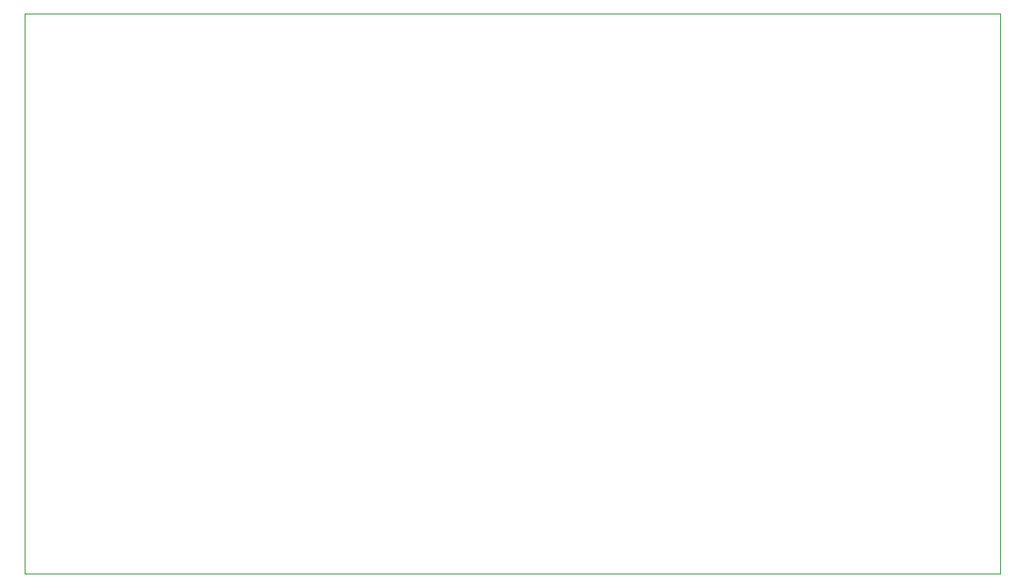
<source format=gbr>
%TF.GenerationSoftware,KiCad,Pcbnew,5.1.9+dfsg1-1*%
%TF.CreationDate,2021-02-28T18:52:37-05:00*%
%TF.ProjectId,incubator_pcb,696e6375-6261-4746-9f72-5f7063622e6b,rev?*%
%TF.SameCoordinates,Original*%
%TF.FileFunction,Profile,NP*%
%FSLAX46Y46*%
G04 Gerber Fmt 4.6, Leading zero omitted, Abs format (unit mm)*
G04 Created by KiCad (PCBNEW 5.1.9+dfsg1-1) date 2021-02-28 18:52:37*
%MOMM*%
%LPD*%
G01*
G04 APERTURE LIST*
%TA.AperFunction,Profile*%
%ADD10C,0.050000*%
%TD*%
G04 APERTURE END LIST*
D10*
X102235000Y-72390000D02*
X102235000Y-128270000D01*
X5080000Y-72390000D02*
X5080000Y-128270000D01*
X102235000Y-128270000D02*
X5080000Y-128270000D01*
X5080000Y-72390000D02*
X102235000Y-72390000D01*
M02*

</source>
